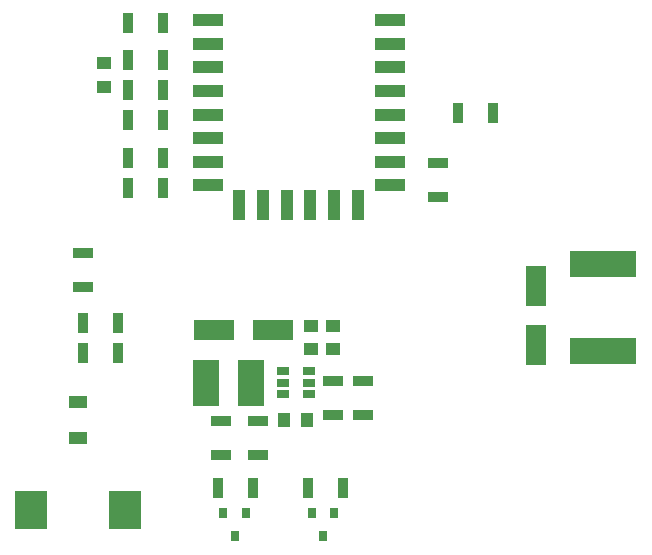
<source format=gbr>
%TF.GenerationSoftware,KiCad,Pcbnew,(5.0.2)-1*%
%TF.CreationDate,2019-04-17T22:45:11+02:00*%
%TF.ProjectId,nfc-door-x4,6e66632d-646f-46f7-922d-78342e6b6963,rev?*%
%TF.SameCoordinates,Original*%
%TF.FileFunction,Paste,Top*%
%TF.FilePolarity,Positive*%
%FSLAX46Y46*%
G04 Gerber Fmt 4.6, Leading zero omitted, Abs format (unit mm)*
G04 Created by KiCad (PCBNEW (5.0.2)-1) date 17.04.2019 22:45:11*
%MOMM*%
%LPD*%
G01*
G04 APERTURE LIST*
%ADD10R,0.900000X1.700000*%
%ADD11R,1.700000X0.900000*%
%ADD12R,1.250000X1.000000*%
%ADD13R,0.800000X0.900000*%
%ADD14R,1.000000X1.250000*%
%ADD15R,1.600000X1.000000*%
%ADD16R,1.800000X3.500000*%
%ADD17R,3.500000X1.800000*%
%ADD18R,5.600000X2.300000*%
%ADD19R,2.200000X3.900000*%
%ADD20R,2.700000X3.200000*%
%ADD21R,1.060000X0.650000*%
%ADD22R,1.100000X2.500000*%
%ADD23R,2.500000X1.100000*%
G04 APERTURE END LIST*
D10*
X102200000Y-114105000D03*
X99300000Y-114105000D03*
X74260000Y-112200000D03*
X71360000Y-112200000D03*
X74260000Y-114740000D03*
X71360000Y-114740000D03*
D11*
X67476000Y-125990000D03*
X67476000Y-128890000D03*
D10*
X71360000Y-106485000D03*
X74260000Y-106485000D03*
D12*
X69254000Y-109930000D03*
X69254000Y-111930000D03*
X88685000Y-132155000D03*
X88685000Y-134155000D03*
D13*
X81290000Y-147984000D03*
X79390000Y-147984000D03*
X80340000Y-149984000D03*
X88790000Y-147984000D03*
X86890000Y-147984000D03*
X87840000Y-149984000D03*
D14*
X84510000Y-140140000D03*
X86510000Y-140140000D03*
D12*
X86780000Y-132155000D03*
X86780000Y-134155000D03*
D15*
X67095000Y-138640000D03*
X67095000Y-141640000D03*
D16*
X105830000Y-128750000D03*
X105830000Y-133750000D03*
D17*
X83565000Y-132520000D03*
X78565000Y-132520000D03*
D18*
X111545000Y-126915000D03*
X111545000Y-134315000D03*
D19*
X81695000Y-136965000D03*
X77895000Y-136965000D03*
D20*
X71045000Y-147760000D03*
X63145000Y-147760000D03*
D10*
X70450000Y-131885000D03*
X67550000Y-131885000D03*
X67550000Y-134425000D03*
X70450000Y-134425000D03*
D11*
X88685000Y-136785000D03*
X88685000Y-139685000D03*
X91225000Y-136785000D03*
X91225000Y-139685000D03*
D10*
X74260000Y-109660000D03*
X71360000Y-109660000D03*
D11*
X97575000Y-121270000D03*
X97575000Y-118370000D03*
D10*
X81880000Y-145855000D03*
X78980000Y-145855000D03*
D11*
X79160000Y-140214000D03*
X79160000Y-143114000D03*
D10*
X71360000Y-120455000D03*
X74260000Y-120455000D03*
X71360000Y-117915000D03*
X74260000Y-117915000D03*
X89500000Y-145855000D03*
X86600000Y-145855000D03*
D11*
X82335000Y-140214000D03*
X82335000Y-143114000D03*
D21*
X84410000Y-136015000D03*
X84410000Y-136965000D03*
X84410000Y-137915000D03*
X86610000Y-137915000D03*
X86610000Y-136015000D03*
X86610000Y-136965000D03*
D22*
X90750000Y-121960000D03*
X88750000Y-121960000D03*
X86750000Y-121960000D03*
X84750000Y-121960000D03*
X82750000Y-121960000D03*
X80750000Y-121960000D03*
D23*
X93460000Y-106260000D03*
X93460000Y-108260000D03*
X93460000Y-110260000D03*
X93460000Y-112260000D03*
X93460000Y-114260000D03*
X93460000Y-116260000D03*
X93460000Y-118260000D03*
X93460000Y-120260000D03*
X78060000Y-120260000D03*
X78060000Y-118260000D03*
X78060000Y-116260000D03*
X78060000Y-114260000D03*
X78060000Y-112260000D03*
X78060000Y-110260000D03*
X78060000Y-108260000D03*
X78060000Y-106260000D03*
M02*

</source>
